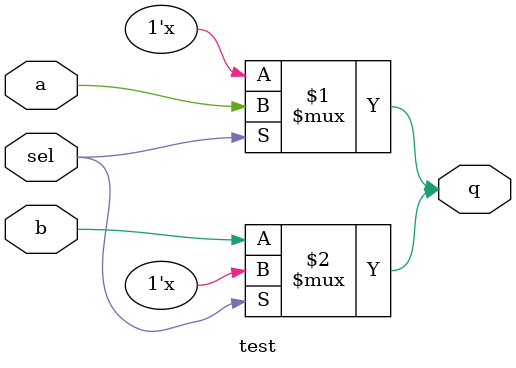
<source format=v>
module test (
	input  wire a, b, sel,
	output wire q
);
	assign q = sel ? a : 1'bz;
	assign q = sel ? 1'bz : b;
endmodule
</source>
